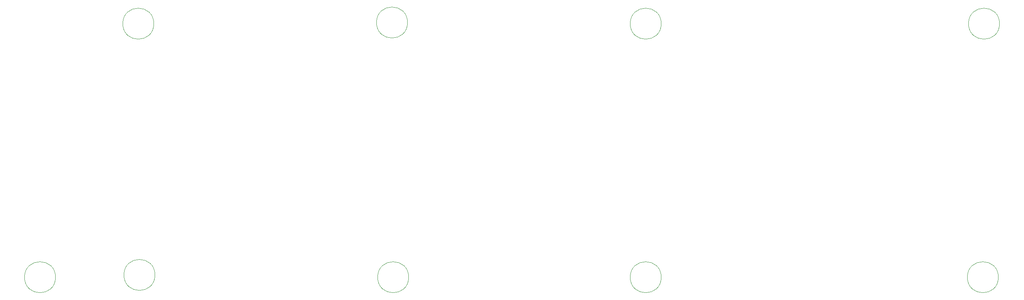
<source format=gbr>
%TF.GenerationSoftware,KiCad,Pcbnew,(5.1.6-0-10_14)*%
%TF.CreationDate,2021-04-03T15:30:38+02:00*%
%TF.ProjectId,Mech50-base,4d656368-3530-42d6-9261-73652e6b6963,rev?*%
%TF.SameCoordinates,Original*%
%TF.FileFunction,Other,User*%
%FSLAX46Y46*%
G04 Gerber Fmt 4.6, Leading zero omitted, Abs format (unit mm)*
G04 Created by KiCad (PCBNEW (5.1.6-0-10_14)) date 2021-04-03 15:30:38*
%MOMM*%
%LPD*%
G01*
G04 APERTURE LIST*
%ADD10C,0.050000*%
G04 APERTURE END LIST*
D10*
%TO.C,H3*%
X215032000Y-70612000D02*
G75*
G03*
X215032000Y-70612000I-3450000J0D01*
G01*
%TO.C,H13*%
X80412000Y-127000000D02*
G75*
G03*
X80412000Y-127000000I-3450000J0D01*
G01*
%TO.C,H12*%
X289962000Y-127000000D02*
G75*
G03*
X289962000Y-127000000I-3450000J0D01*
G01*
%TO.C,H5*%
X290216000Y-70612000D02*
G75*
G03*
X290216000Y-70612000I-3450000J0D01*
G01*
%TO.C,H10*%
X102510000Y-126492000D02*
G75*
G03*
X102510000Y-126492000I-3450000J0D01*
G01*
%TO.C,H4*%
X215032000Y-127000000D02*
G75*
G03*
X215032000Y-127000000I-3450000J0D01*
G01*
%TO.C,H2*%
X102256000Y-70612000D02*
G75*
G03*
X102256000Y-70612000I-3450000J0D01*
G01*
%TO.C,H1*%
X158644000Y-70358000D02*
G75*
G03*
X158644000Y-70358000I-3450000J0D01*
G01*
%TO.C,H11*%
X158898000Y-127000000D02*
G75*
G03*
X158898000Y-127000000I-3450000J0D01*
G01*
%TD*%
M02*

</source>
